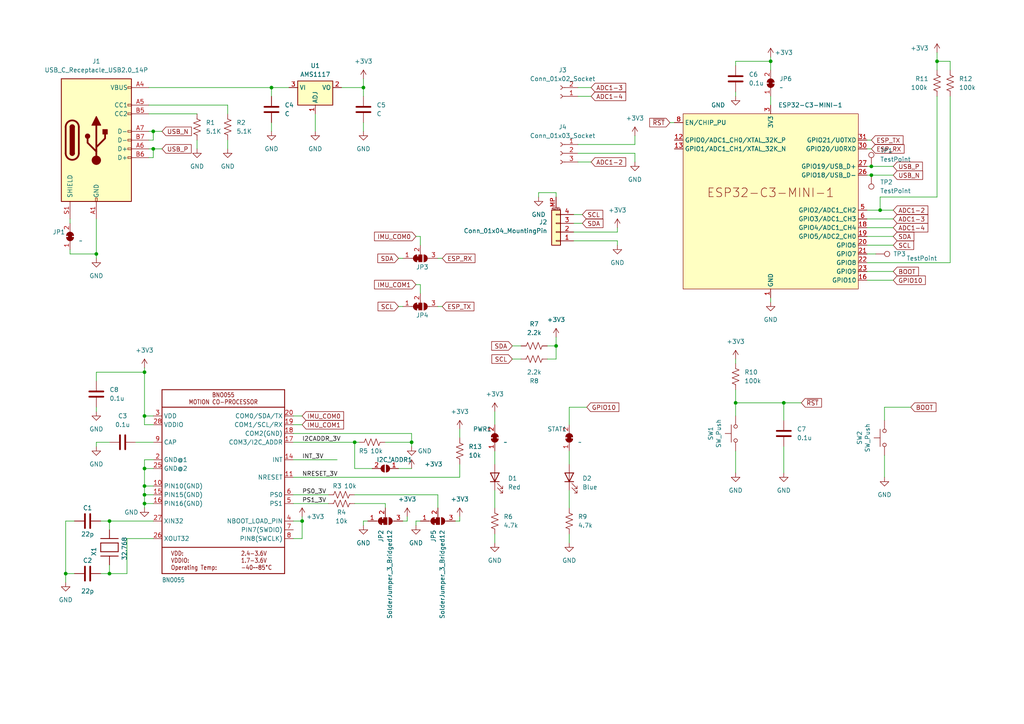
<source format=kicad_sch>
(kicad_sch (version 20230121) (generator eeschema)
  (paper "A4")
  (lib_symbols
    (symbol "Adafruit BNO055 STEMMA QT-eagle-import:BNO055"
      (symbol "BNO055_1_0"
        (text "2.4-3.6V\n1.7-3.6V\n-40~~85°C" (at 5.08 -24.13 0) (effects (font (size 1.27 1.0795)) (justify left)))
        (text "BNO055\nMOTION CO-PROCESSOR" (at 0 22.86 0) (effects (font (size 1.27 1.0795))))
        (text "VDD:\nVDDIO:\nOperating Temp:" (at -15.24 -24.13 0) (effects (font (size 1.27 1.0795)) (justify left)))
        (pin bidirectional line (at -20.32 -2.54 0) (length 2.54) (name "PIN10(GND)") (number "10"))
        (pin bidirectional line (at 20.32 0 180) (length 2.54) (name "NRESET") (number "11"))
        (pin output line (at 20.32 5.08 180) (length 2.54) (name "INT") (number "14"))
        (pin bidirectional line (at -20.32 -5.08 0) (length 2.54) (name "PIN15(GND)") (number "15"))
        (pin bidirectional line (at -20.32 -7.62 0) (length 2.54) (name "PIN16(GND)") (number "16"))
        (pin bidirectional line (at 20.32 10.16 180) (length 2.54) (name "COM3/I2C_ADDR") (number "17"))
        (pin bidirectional line (at 20.32 12.7 180) (length 2.54) (name "COM2(GND)") (number "18"))
        (pin bidirectional line (at 20.32 15.24 180) (length 2.54) (name "COM1/SCL/RX") (number "19"))
        (pin power_in line (at -20.32 5.08 0) (length 2.54) (name "GND@1") (number "2"))
        (pin bidirectional line (at 20.32 17.78 180) (length 2.54) (name "COM0/SDA/TX") (number "20"))
        (pin power_in line (at -20.32 2.54 0) (length 2.54) (name "GND@2") (number "25"))
        (pin output line (at -20.32 -17.78 0) (length 2.54) (name "XOUT32") (number "26"))
        (pin input line (at -20.32 -12.7 0) (length 2.54) (name "XIN32") (number "27"))
        (pin power_in line (at -20.32 15.24 0) (length 2.54) (name "VDDIO") (number "28"))
        (pin power_in line (at -20.32 17.78 0) (length 2.54) (name "VDD") (number "3"))
        (pin bidirectional line (at 20.32 -12.7 180) (length 2.54) (name "NBOOT_LOAD_PIN") (number "4"))
        (pin input line (at 20.32 -7.62 180) (length 2.54) (name "PS1") (number "5"))
        (pin input line (at 20.32 -5.08 180) (length 2.54) (name "PS0") (number "6"))
        (pin bidirectional line (at 20.32 -15.24 180) (length 2.54) (name "PIN7(SWDIO)") (number "7"))
        (pin bidirectional line (at 20.32 -17.78 180) (length 2.54) (name "PIN8(SWCLK)") (number "8"))
        (pin passive line (at -20.32 10.16 0) (length 2.54) (name "CAP") (number "9"))
      )
    )
    (symbol "Adafruit BNO055 STEMMA QT-eagle-import:XTAL-3.2X1.5"
      (property "Reference" "X" (at -2.54 3.81 0))
      (symbol "XTAL-3.2X1.5_1_0"
        (pin bidirectional line (at -5.08 0 0) (length 2.54) (name "P$1") (number "P$1"))
        (pin bidirectional line (at 5.08 0 180) (length 2.54) (name "P$2") (number "P$2"))
      )
    )
    (symbol "Connector:Conn_01x02_Socket" (pin_names (offset 1.016) hide)
      (property "Reference" "J" (at 0 2.54 0))
      (property "Value" "Conn_01x02_Socket" (at 0 -5.08 0))
      (symbol "Conn_01x02_Socket_1_1"
        (pin passive line (at -5.08 0 0) (length 3.81) (name "Pin_1") (number "1"))
        (pin passive line (at -5.08 -2.54 0) (length 3.81) (name "Pin_2") (number "2"))
      )
    )
    (symbol "Connector:Conn_01x03_Socket" (pin_names (offset 1.016) hide)
      (property "Reference" "J" (at 0 5.08 0))
      (property "Value" "Conn_01x03_Socket" (at 0 -5.08 0))
      (symbol "Conn_01x03_Socket_1_1"
        (pin passive line (at -5.08 2.54 0) (length 3.81) (name "Pin_1") (number "1"))
        (pin passive line (at -5.08 0 0) (length 3.81) (name "Pin_2") (number "2"))
        (pin passive line (at -5.08 -2.54 0) (length 3.81) (name "Pin_3") (number "3"))
      )
    )
    (symbol "Connector:TestPoint" (pin_numbers hide) (pin_names (offset 0.762) hide)
      (property "Reference" "TP" (at 0 6.858 0))
      (property "Value" "TestPoint" (at 0 5.08 0))
      (symbol "TestPoint_1_1"
        (pin passive line (at 0 0 90) (length 2.54) (name "1") (number "1"))
      )
    )
    (symbol "Connector:USB_C_Receptacle_USB2.0_14P" (pin_names (offset 1.016))
      (property "Reference" "J" (at 0 22.225 0))
      (property "Value" "USB_C_Receptacle_USB2.0_14P" (at 0 19.685 0))
      (symbol "USB_C_Receptacle_USB2.0_14P_1_1"
        (pin passive line (at 0 -22.86 90) (length 5.08) (name "GND") (number "A1"))
        (pin passive line (at 0 -22.86 90) (length 5.08) hide (name "GND") (number "A12"))
        (pin passive line (at 15.24 15.24 180) (length 5.08) (name "VBUS") (number "A4"))
        (pin bidirectional line (at 15.24 10.16 180) (length 5.08) (name "CC1") (number "A5"))
        (pin bidirectional line (at 15.24 -2.54 180) (length 5.08) (name "D+") (number "A6"))
        (pin bidirectional line (at 15.24 2.54 180) (length 5.08) (name "D-") (number "A7"))
        (pin passive line (at 15.24 15.24 180) (length 5.08) hide (name "VBUS") (number "A9"))
        (pin passive line (at 0 -22.86 90) (length 5.08) hide (name "GND") (number "B1"))
        (pin passive line (at 0 -22.86 90) (length 5.08) hide (name "GND") (number "B12"))
        (pin passive line (at 15.24 15.24 180) (length 5.08) hide (name "VBUS") (number "B4"))
        (pin bidirectional line (at 15.24 7.62 180) (length 5.08) (name "CC2") (number "B5"))
        (pin bidirectional line (at 15.24 -5.08 180) (length 5.08) (name "D+") (number "B6"))
        (pin bidirectional line (at 15.24 0 180) (length 5.08) (name "D-") (number "B7"))
        (pin passive line (at 15.24 15.24 180) (length 5.08) hide (name "VBUS") (number "B9"))
        (pin passive line (at -7.62 -22.86 90) (length 5.08) (name "SHIELD") (number "S1"))
      )
    )
    (symbol "Connector_Generic_MountingPin:Conn_01x04_MountingPin" (pin_names (offset 1.016) hide)
      (property "Reference" "J" (at 0 5.08 0))
      (property "Value" "Conn_01x04_MountingPin" (at 1.27 -7.62 0))
      (symbol "Conn_01x04_MountingPin_1_1"
        (text "Mounting" (at 0 -6.731 0) (effects (font (size 0.381 0.381))))
        (pin passive line (at -5.08 2.54 0) (length 3.81) (name "Pin_1") (number "1"))
        (pin passive line (at -5.08 0 0) (length 3.81) (name "Pin_2") (number "2"))
        (pin passive line (at -5.08 -2.54 0) (length 3.81) (name "Pin_3") (number "3"))
        (pin passive line (at -5.08 -5.08 0) (length 3.81) (name "Pin_4") (number "4"))
        (pin passive line (at 0 -10.16 90) (length 3.048) (name "MountPin") (number "MP"))
      )
    )
    (symbol "Device:C" (pin_numbers hide) (pin_names (offset 0.254))
      (property "Reference" "C" (at 0.635 2.54 0))
      (property "Value" "C" (at 0.635 -2.54 0))
      (symbol "C_1_1"
        (pin passive line (at 0 3.81 270) (length 2.794) (name "~") (number "1"))
        (pin passive line (at 0 -3.81 90) (length 2.794) (name "~") (number "2"))
      )
    )
    (symbol "Device:LED" (pin_numbers hide) (pin_names (offset 1.016) hide)
      (property "Reference" "D" (at 0 2.54 0))
      (property "Value" "LED" (at 0 -2.54 0))
      (symbol "LED_1_1"
        (pin passive line (at -3.81 0 0) (length 2.54) (name "K") (number "1"))
        (pin passive line (at 3.81 0 180) (length 2.54) (name "A") (number "2"))
      )
    )
    (symbol "Device:R_US" (pin_numbers hide) (pin_names (offset 0))
      (property "Reference" "R" (at 2.54 0 90))
      (property "Value" "R_US" (at -2.54 0 90))
      (symbol "R_US_1_1"
        (pin passive line (at 0 3.81 270) (length 1.27) (name "~") (number "1"))
        (pin passive line (at 0 -3.81 90) (length 1.27) (name "~") (number "2"))
      )
    )
    (symbol "Jumper:SolderJumper_2_Bridged" (pin_names (offset 0) hide)
      (property "Reference" "JP" (at 0 2.032 0))
      (property "Value" "SolderJumper_2_Bridged" (at 0 -2.54 0))
      (symbol "SolderJumper_2_Bridged_1_1"
        (pin passive line (at -3.81 0 0) (length 2.54) (name "A") (number "1"))
        (pin passive line (at 3.81 0 180) (length 2.54) (name "B") (number "2"))
      )
    )
    (symbol "Jumper:SolderJumper_2_Open" (pin_names (offset 0) hide)
      (property "Reference" "JP" (at 0 2.032 0))
      (property "Value" "SolderJumper_2_Open" (at 0 -2.54 0))
      (symbol "SolderJumper_2_Open_1_1"
        (pin passive line (at -3.81 0 0) (length 2.54) (name "A") (number "1"))
        (pin passive line (at 3.81 0 180) (length 2.54) (name "B") (number "2"))
      )
    )
    (symbol "Jumper:SolderJumper_3_Bridged12" (pin_names (offset 0) hide)
      (property "Reference" "JP" (at -2.54 -2.54 0))
      (property "Value" "SolderJumper_3_Bridged12" (at 0 2.794 0))
      (symbol "SolderJumper_3_Bridged12_1_1"
        (pin passive line (at -5.08 0 0) (length 2.54) (name "A") (number "1"))
        (pin passive line (at 0 -3.81 90) (length 2.54) (name "C") (number "2"))
        (pin passive line (at 5.08 0 180) (length 2.54) (name "B") (number "3"))
      )
    )
    (symbol "PCM_Espressif:ESP32-C3-MINI-1"
      (property "Reference" "U" (at -25.4 30.48 0))
      (property "Value" "ESP32-C3-MINI-1" (at -25.4 27.94 0))
      (symbol "ESP32-C3-MINI-1_0_0"
        (text "ESP32-C3-MINI-1" (at 0 2.54 0) (effects (font (size 2.54 2.54))))
      )
      (symbol "ESP32-C3-MINI-1_1_1"
        (pin power_in line (at 0 -27.94 90) (length 2.54) (name "GND") (number "1"))
        (pin no_connect line (at -25.4 2.54 0) (length 2.54) hide (name "NC") (number "10"))
        (pin passive line (at 0 -27.94 90) (length 2.54) hide (name "GND") (number "11"))
        (pin bidirectional line (at -27.94 17.78 0) (length 2.54) (name "GPIO0/ADC1_CH0/XTAL_32K_P") (number "12"))
        (pin bidirectional line (at -27.94 15.24 0) (length 2.54) (name "GPIO1/ADC1_CH1/XTAL_32K_N") (number "13"))
        (pin passive line (at 0 -27.94 90) (length 2.54) hide (name "GND") (number "14"))
        (pin no_connect line (at -25.4 0 0) (length 2.54) hide (name "NC") (number "15"))
        (pin bidirectional line (at 27.94 -22.86 180) (length 2.54) (name "GPIO10") (number "16"))
        (pin no_connect line (at -25.4 -2.54 0) (length 2.54) hide (name "NC") (number "17"))
        (pin bidirectional line (at 27.94 -7.62 180) (length 2.54) (name "GPIO4/ADC1_CH4") (number "18"))
        (pin bidirectional line (at 27.94 -10.16 180) (length 2.54) (name "GPIO5/ADC2_CH0") (number "19"))
        (pin passive line (at 0 -27.94 90) (length 2.54) hide (name "GND") (number "2"))
        (pin bidirectional line (at 27.94 -12.7 180) (length 2.54) (name "GPIO6") (number "20"))
        (pin bidirectional line (at 27.94 -15.24 180) (length 2.54) (name "GPIO7") (number "21"))
        (pin bidirectional line (at 27.94 -17.78 180) (length 2.54) (name "GPIO8") (number "22"))
        (pin bidirectional line (at 27.94 -20.32 180) (length 2.54) (name "GPIO9") (number "23"))
        (pin no_connect line (at -25.4 -5.08 0) (length 2.54) hide (name "NC") (number "24"))
        (pin no_connect line (at -25.4 -7.62 0) (length 2.54) hide (name "NC") (number "25"))
        (pin bidirectional line (at 27.94 7.62 180) (length 2.54) (name "GPIO18/USB_D-") (number "26"))
        (pin bidirectional line (at 27.94 10.16 180) (length 2.54) (name "GPIO19/USB_D+") (number "27"))
        (pin no_connect line (at -25.4 -10.16 0) (length 2.54) hide (name "NC") (number "28"))
        (pin no_connect line (at -25.4 -12.7 0) (length 2.54) hide (name "NC") (number "29"))
        (pin power_in line (at 0 27.94 270) (length 2.54) (name "3V3") (number "3"))
        (pin bidirectional line (at 27.94 15.24 180) (length 2.54) (name "GPIO20/U0RXD") (number "30"))
        (pin bidirectional line (at 27.94 17.78 180) (length 2.54) (name "GPIO21/U0TXD") (number "31"))
        (pin no_connect line (at -25.4 -15.24 0) (length 2.54) hide (name "NC") (number "32"))
        (pin no_connect line (at -25.4 -17.78 0) (length 2.54) hide (name "NC") (number "33"))
        (pin no_connect line (at -25.4 -20.32 0) (length 2.54) hide (name "NC") (number "34"))
        (pin no_connect line (at -25.4 -22.86 0) (length 2.54) hide (name "NC") (number "35"))
        (pin passive line (at 0 -27.94 90) (length 2.54) hide (name "GND") (number "36"))
        (pin passive line (at 0 -27.94 90) (length 2.54) hide (name "GND") (number "37"))
        (pin passive line (at 0 -27.94 90) (length 2.54) hide (name "GND") (number "38"))
        (pin passive line (at 0 -27.94 90) (length 2.54) hide (name "GND") (number "39"))
        (pin no_connect line (at -25.4 10.16 0) (length 2.54) hide (name "NC") (number "4"))
        (pin passive line (at 0 -27.94 90) (length 2.54) hide (name "GND") (number "40"))
        (pin passive line (at 0 -27.94 90) (length 2.54) hide (name "GND") (number "41"))
        (pin passive line (at 0 -27.94 90) (length 2.54) hide (name "GND") (number "42"))
        (pin passive line (at 0 -27.94 90) (length 2.54) hide (name "GND") (number "43"))
        (pin passive line (at 0 -27.94 90) (length 2.54) hide (name "GND") (number "44"))
        (pin passive line (at 0 -27.94 90) (length 2.54) hide (name "GND") (number "45"))
        (pin passive line (at 0 -27.94 90) (length 2.54) hide (name "GND") (number "46"))
        (pin passive line (at 0 -27.94 90) (length 2.54) hide (name "GND") (number "47"))
        (pin passive line (at 0 -27.94 90) (length 2.54) hide (name "GND") (number "48"))
        (pin passive line (at 0 -27.94 90) (length 2.54) hide (name "GND") (number "49"))
        (pin bidirectional line (at 27.94 -2.54 180) (length 2.54) (name "GPIO2/ADC1_CH2") (number "5"))
        (pin passive line (at 0 -27.94 90) (length 2.54) hide (name "GND") (number "50"))
        (pin passive line (at 0 -27.94 90) (length 2.54) hide (name "GND") (number "51"))
        (pin passive line (at 0 -27.94 90) (length 2.54) hide (name "GND") (number "52"))
        (pin passive line (at 0 -27.94 90) (length 2.54) hide (name "GND") (number "53"))
        (pin bidirectional line (at 27.94 -5.08 180) (length 2.54) (name "GPIO3/ADC1_CH3") (number "6"))
        (pin no_connect line (at -25.4 7.62 0) (length 2.54) hide (name "NC") (number "7"))
        (pin input line (at -27.94 22.86 0) (length 2.54) (name "EN/CHIP_PU") (number "8"))
        (pin no_connect line (at -25.4 5.08 0) (length 2.54) hide (name "NC") (number "9"))
      )
    )
    (symbol "Regulator_Linear:AMS1117"
      (property "Reference" "U" (at -3.81 3.175 0))
      (property "Value" "AMS1117" (at 0 3.175 0))
      (symbol "AMS1117_1_1"
        (pin input line (at 0 -7.62 90) (length 2.54) (name "ADJ") (number "1"))
        (pin power_out line (at 7.62 0 180) (length 2.54) (name "VO") (number "2"))
        (pin power_in line (at -7.62 0 0) (length 2.54) (name "VI") (number "3"))
      )
    )
    (symbol "controlBoard-rescue:SW_Push-Switch" (pin_numbers hide) (pin_names (offset 1.016) hide)
      (property "Reference" "SW" (at 1.27 2.54 0))
      (property "Value" "SW_Push-Switch" (at 0 -1.524 0))
      (symbol "SW_Push-Switch_0_1"
        (pin passive line (at -5.08 0 0) (length 2.54) (name "1") (number "1"))
        (pin passive line (at 5.08 0 180) (length 2.54) (name "2") (number "2"))
      )
    )
    (symbol "power:+3V3" (power) (pin_names (offset 0))
      (property "Value" "+3V3" (at 0 3.556 0))
      (symbol "+3V3_1_1"
        (pin power_in line (at 0 0 90) (length 0) hide (name "+3V3") (number "1"))
      )
    )
    (symbol "power:GND" (power) (pin_names (offset 0))
      (property "Value" "GND" (at 0 -3.81 0))
      (symbol "GND_1_1"
        (pin power_in line (at 0 0 270) (length 0) hide (name "GND") (number "1"))
      )
    )
  )
  (junction (at 44.45 43.18))
  (junction (at 41.91 140.97))
  (junction (at 41.91 146.05))
  (junction (at 78.74 25.4))
  (junction (at 87.63 151.13))
  (junction (at 31.75 166.37))
  (junction (at 27.94 73.66))
  (junction (at 41.91 135.89))
  (junction (at 102.87 128.27))
  (junction (at 41.91 120.65))
  (junction (at 119.38 128.27))
  (junction (at 252.73 50.8))
  (junction (at 41.91 143.51))
  (junction (at 255.27 60.96))
  (junction (at 213.36 116.84))
  (junction (at 271.78 17.78))
  (junction (at 223.52 17.78))
  (junction (at 105.41 25.4))
  (junction (at 19.05 166.37))
  (junction (at 31.75 151.13))
  (junction (at 41.91 107.95))
  (junction (at 44.45 38.1))
  (junction (at 252.73 48.26))
  (junction (at 227.33 116.84))
  (junction (at 161.29 100.33))
  (wire (pts (xy 105.41 152.4) (xy 105.41 151.13)))
  (wire (pts (xy 115.57 135.89) (xy 119.38 135.89)))
  (wire (pts (xy 87.63 151.13) (xy 87.63 156.21)) (stroke (width 0.1524)))
  (wire (pts (xy 251.46 68.58) (xy 259.08 68.58)))
  (wire (pts (xy 41.91 135.89) (xy 41.91 140.97)) (stroke (width 0.1524)))
  (wire (pts (xy 161.29 97.79) (xy 161.29 100.33)))
  (wire (pts (xy 213.36 116.84) (xy 213.36 120.65)))
  (wire (pts (xy 27.94 107.95) (xy 41.91 107.95)))
  (wire (pts (xy 87.63 156.21) (xy 85.09 156.21)) (stroke (width 0.1524)))
  (wire (pts (xy 66.04 40.64) (xy 66.04 43.18)))
  (wire (pts (xy 21.59 166.37) (xy 19.05 166.37)) (stroke (width 0.1524)))
  (wire (pts (xy 85.09 143.51) (xy 95.25 143.51)) (stroke (width 0.1524)))
  (wire (pts (xy 41.91 140.97) (xy 41.91 143.51)) (stroke (width 0.1524)))
  (wire (pts (xy 127 88.9) (xy 128.27 88.9)))
  (wire (pts (xy 36.83 156.21) (xy 36.83 166.37)) (stroke (width 0.1524)))
  (wire (pts (xy 255.27 57.15) (xy 271.78 57.15)))
  (wire (pts (xy 184.15 44.45) (xy 184.15 46.99)))
  (wire (pts (xy 275.59 27.94) (xy 275.59 76.2)))
  (wire (pts (xy 41.91 123.19) (xy 41.91 120.65)) (stroke (width 0.1524)))
  (wire (pts (xy 255.27 60.96) (xy 255.27 57.15)))
  (wire (pts (xy 251.46 78.74) (xy 259.08 78.74)))
  (wire (pts (xy 85.09 146.05) (xy 95.25 146.05)) (stroke (width 0.1524)))
  (wire (pts (xy 166.37 67.31) (xy 179.07 67.31)))
  (wire (pts (xy 252.73 48.26) (xy 251.46 48.26)))
  (wire (pts (xy 167.64 46.99) (xy 171.45 46.99)))
  (wire (pts (xy 223.52 27.94) (xy 223.52 30.48)))
  (wire (pts (xy 57.15 40.64) (xy 57.15 43.18)))
  (wire (pts (xy 44.45 151.13) (xy 31.75 151.13)) (stroke (width 0.1524)))
  (wire (pts (xy 167.64 41.91) (xy 184.15 41.91)))
  (wire (pts (xy 143.51 157.48) (xy 143.51 154.94)))
  (wire (pts (xy 43.18 38.1) (xy 44.45 38.1)))
  (wire (pts (xy 85.09 128.27) (xy 102.87 128.27)) (stroke (width 0.1524)))
  (wire (pts (xy 44.45 143.51) (xy 41.91 143.51)) (stroke (width 0.1524)))
  (wire (pts (xy 255.27 60.96) (xy 259.08 60.96)))
  (wire (pts (xy 161.29 100.33) (xy 161.29 104.14)))
  (wire (pts (xy 179.07 66.04) (xy 179.07 67.31)))
  (wire (pts (xy 27.94 129.54) (xy 27.94 128.27)))
  (wire (pts (xy 213.36 26.67) (xy 213.36 27.94)))
  (wire (pts (xy 27.94 128.27) (xy 29.21 128.27)))
  (wire (pts (xy 223.52 86.36) (xy 223.52 87.63)))
  (wire (pts (xy 105.41 25.4) (xy 105.41 27.94)))
  (wire (pts (xy 133.35 124.46) (xy 133.35 127)))
  (wire (pts (xy 213.36 116.84) (xy 227.33 116.84)))
  (wire (pts (xy 259.08 48.26) (xy 252.73 48.26)))
  (wire (pts (xy 115.57 74.93) (xy 116.84 74.93)))
  (wire (pts (xy 44.45 133.35) (xy 41.91 133.35)) (stroke (width 0.1524)))
  (wire (pts (xy 44.45 120.65) (xy 41.91 120.65)) (stroke (width 0.1524)))
  (wire (pts (xy 120.65 82.55) (xy 121.92 82.55)))
  (wire (pts (xy 41.91 107.95) (xy 41.91 106.68)) (stroke (width 0.1524)))
  (wire (pts (xy 44.45 135.89) (xy 41.91 135.89)) (stroke (width 0.1524)))
  (wire (pts (xy 41.91 146.05) (xy 41.91 143.51)) (stroke (width 0.1524)))
  (wire (pts (xy 143.51 130.81) (xy 143.51 134.62)))
  (wire (pts (xy 256.54 118.11) (xy 264.16 118.11)))
  (wire (pts (xy 43.18 25.4) (xy 78.74 25.4)))
  (wire (pts (xy 31.75 151.13) (xy 29.21 151.13)) (stroke (width 0.1524)))
  (wire (pts (xy 213.36 17.78) (xy 223.52 17.78)))
  (wire (pts (xy 120.65 151.13) (xy 120.65 152.4)))
  (wire (pts (xy 213.36 113.03) (xy 213.36 116.84)))
  (wire (pts (xy 161.29 57.15) (xy 161.29 55.88)))
  (wire (pts (xy 102.87 135.89) (xy 107.95 135.89)) (stroke (width 0.1524)))
  (wire (pts (xy 127 74.93) (xy 128.27 74.93)))
  (wire (pts (xy 251.46 63.5) (xy 259.08 63.5)))
  (wire (pts (xy 227.33 116.84) (xy 232.41 116.84)))
  (wire (pts (xy 20.32 73.66) (xy 27.94 73.66)))
  (wire (pts (xy 111.76 147.32) (xy 111.76 146.05)))
  (wire (pts (xy 102.87 128.27) (xy 102.87 135.89)) (stroke (width 0.1524)))
  (wire (pts (xy 85.09 123.19) (xy 87.63 123.19)) (stroke (width 0.1524)))
  (wire (pts (xy 44.45 40.64) (xy 44.45 38.1)))
  (wire (pts (xy 102.87 143.51) (xy 127 143.51)))
  (wire (pts (xy 148.59 100.33) (xy 151.13 100.33)))
  (wire (pts (xy 151.13 104.14) (xy 148.59 104.14)))
  (wire (pts (xy 166.37 64.77) (xy 168.91 64.77)))
  (wire (pts (xy 256.54 132.08) (xy 256.54 138.43)))
  (wire (pts (xy 251.46 43.18) (xy 252.73 43.18)))
  (wire (pts (xy 31.75 128.27) (xy 29.21 128.27)) (stroke (width 0.1524)))
  (wire (pts (xy 105.41 35.56) (xy 105.41 38.1)))
  (wire (pts (xy 275.59 17.78) (xy 271.78 17.78)))
  (wire (pts (xy 19.05 166.37) (xy 19.05 168.91)) (stroke (width 0.1524)))
  (wire (pts (xy 31.75 166.37) (xy 29.21 166.37)) (stroke (width 0.1524)))
  (wire (pts (xy 133.35 149.86) (xy 133.35 151.13)))
  (wire (pts (xy 121.92 82.55) (xy 121.92 85.09)))
  (wire (pts (xy 27.94 118.11) (xy 27.94 119.38)))
  (wire (pts (xy 41.91 146.05) (xy 41.91 147.32)))
  (wire (pts (xy 132.08 151.13) (xy 133.35 151.13)))
  (wire (pts (xy 44.45 123.19) (xy 41.91 123.19)) (stroke (width 0.1524)))
  (wire (pts (xy 167.64 27.94) (xy 171.45 27.94)))
  (wire (pts (xy 251.46 60.96) (xy 255.27 60.96)))
  (wire (pts (xy 102.87 128.27) (xy 104.14 128.27)))
  (wire (pts (xy 167.64 25.4) (xy 171.45 25.4)))
  (wire (pts (xy 156.21 55.88) (xy 156.21 57.15)))
  (wire (pts (xy 66.04 30.48) (xy 66.04 33.02)))
  (wire (pts (xy 179.07 69.85) (xy 179.07 71.12)))
  (wire (pts (xy 251.46 66.04) (xy 259.08 66.04)))
  (wire (pts (xy 19.05 151.13) (xy 19.05 166.37)) (stroke (width 0.1524)))
  (wire (pts (xy 158.75 104.14) (xy 161.29 104.14)))
  (wire (pts (xy 166.37 62.23) (xy 168.91 62.23)))
  (wire (pts (xy 85.09 125.73) (xy 119.38 125.73)) (stroke (width 0.1524)))
  (wire (pts (xy 43.18 45.72) (xy 44.45 45.72)))
  (wire (pts (xy 85.09 133.35) (xy 97.79 133.35)) (stroke (width 0.1524)))
  (wire (pts (xy 259.08 50.8) (xy 252.73 50.8)))
  (wire (pts (xy 158.75 100.33) (xy 161.29 100.33)))
  (wire (pts (xy 223.52 16.51) (xy 223.52 17.78)))
  (wire (pts (xy 111.76 128.27) (xy 113.03 128.27)))
  (wire (pts (xy 161.29 55.88) (xy 156.21 55.88)))
  (wire (pts (xy 44.45 43.18) (xy 46.99 43.18)))
  (wire (pts (xy 165.1 142.24) (xy 165.1 147.32)))
  (wire (pts (xy 143.51 142.24) (xy 143.51 147.32)))
  (wire (pts (xy 43.18 33.02) (xy 57.15 33.02)))
  (wire (pts (xy 105.41 151.13) (xy 106.68 151.13)))
  (wire (pts (xy 251.46 76.2) (xy 275.59 76.2)))
  (wire (pts (xy 213.36 19.05) (xy 213.36 17.78)))
  (wire (pts (xy 184.15 39.37) (xy 184.15 41.91)))
  (wire (pts (xy 113.03 128.27) (xy 119.38 128.27)) (stroke (width 0.1524)))
  (wire (pts (xy 133.35 134.62) (xy 133.35 138.43)) (stroke (width 0.1524)))
  (wire (pts (xy 44.45 146.05) (xy 41.91 146.05)) (stroke (width 0.1524)))
  (wire (pts (xy 119.38 125.73) (xy 119.38 128.27)) (stroke (width 0.1524)))
  (wire (pts (xy 27.94 63.5) (xy 27.94 73.66)))
  (wire (pts (xy 251.46 81.28) (xy 259.08 81.28)))
  (wire (pts (xy 20.32 63.5) (xy 20.32 64.77)))
  (wire (pts (xy 78.74 25.4) (xy 83.82 25.4)))
  (wire (pts (xy 105.41 22.86) (xy 105.41 25.4)))
  (wire (pts (xy 78.74 35.56) (xy 78.74 38.1)))
  (wire (pts (xy 165.1 154.94) (xy 165.1 157.48)))
  (wire (pts (xy 85.09 120.65) (xy 87.63 120.65)) (stroke (width 0.1524)))
  (wire (pts (xy 165.1 118.11) (xy 165.1 123.19)))
  (wire (pts (xy 213.36 130.81) (xy 213.36 137.16)))
  (wire (pts (xy 36.83 166.37) (xy 31.75 166.37)) (stroke (width 0.1524)))
  (wire (pts (xy 43.18 43.18) (xy 44.45 43.18)))
  (wire (pts (xy 43.18 30.48) (xy 66.04 30.48)))
  (wire (pts (xy 143.51 119.38) (xy 143.51 123.19)))
  (wire (pts (xy 170.18 118.11) (xy 165.1 118.11)))
  (wire (pts (xy 251.46 73.66) (xy 254 73.66)))
  (wire (pts (xy 27.94 107.95) (xy 27.94 110.49)))
  (wire (pts (xy 78.74 25.4) (xy 78.74 27.94)))
  (wire (pts (xy 99.06 25.4) (xy 105.41 25.4)))
  (wire (pts (xy 271.78 57.15) (xy 271.78 27.94)))
  (wire (pts (xy 251.46 71.12) (xy 259.08 71.12)))
  (wire (pts (xy 275.59 20.32) (xy 275.59 17.78)))
  (wire (pts (xy 116.84 151.13) (xy 118.11 151.13)))
  (wire (pts (xy 21.59 151.13) (xy 19.05 151.13)) (stroke (width 0.1524)))
  (wire (pts (xy 120.65 68.58) (xy 121.92 68.58)))
  (wire (pts (xy 20.32 72.39) (xy 20.32 73.66)))
  (wire (pts (xy 167.64 44.45) (xy 184.15 44.45)))
  (wire (pts (xy 213.36 104.14) (xy 213.36 105.41)))
  (wire (pts (xy 44.45 45.72) (xy 44.45 43.18)))
  (wire (pts (xy 271.78 15.24) (xy 271.78 17.78)))
  (wire (pts (xy 44.45 38.1) (xy 46.99 38.1)))
  (wire (pts (xy 44.45 128.27) (xy 39.37 128.27)) (stroke (width 0.1524)))
  (wire (pts (xy 252.73 50.8) (xy 251.46 50.8)))
  (wire (pts (xy 119.38 128.27) (xy 119.38 129.54)) (stroke (width 0.1524)))
  (wire (pts (xy 41.91 133.35) (xy 41.91 135.89)) (stroke (width 0.1524)))
  (wire (pts (xy 44.45 140.97) (xy 41.91 140.97)) (stroke (width 0.1524)))
  (wire (pts (xy 227.33 116.84) (xy 227.33 121.92)))
  (wire (pts (xy 115.57 88.9) (xy 116.84 88.9)))
  (wire (pts (xy 111.76 146.05) (xy 102.87 146.05)))
  (wire (pts (xy 31.75 153.67) (xy 31.75 151.13)) (stroke (width 0.1524)))
  (wire (pts (xy 223.52 17.78) (xy 223.52 20.32)))
  (wire (pts (xy 121.92 151.13) (xy 120.65 151.13)))
  (wire (pts (xy 91.44 33.02) (xy 91.44 38.1)))
  (wire (pts (xy 27.94 73.66) (xy 27.94 74.93)))
  (wire (pts (xy 194.31 35.56) (xy 195.58 35.56)))
  (wire (pts (xy 256.54 118.11) (xy 256.54 121.92)))
  (wire (pts (xy 271.78 17.78) (xy 271.78 20.32)))
  (wire (pts (xy 31.75 163.83) (xy 31.75 166.37)) (stroke (width 0.1524)))
  (wire (pts (xy 44.45 156.21) (xy 36.83 156.21)) (stroke (width 0.1524)))
  (wire (pts (xy 41.91 120.65) (xy 41.91 107.95)) (stroke (width 0.1524)))
  (wire (pts (xy 121.92 68.58) (xy 121.92 71.12)))
  (wire (pts (xy 85.09 151.13) (xy 87.63 151.13)) (stroke (width 0.1524)))
  (wire (pts (xy 166.37 69.85) (xy 179.07 69.85)))
  (wire (pts (xy 165.1 130.81) (xy 165.1 134.62)))
  (wire (pts (xy 227.33 129.54) (xy 227.33 137.16)))
  (wire (pts (xy 85.09 138.43) (xy 133.35 138.43)) (stroke (width 0.1524)))
  (wire (pts (xy 87.63 149.86) (xy 87.63 151.13)))
  (wire (pts (xy 127 143.51) (xy 127 147.32)))
  (wire (pts (xy 251.46 40.64) (xy 252.73 40.64)))
  (wire (pts (xy 118.11 149.86) (xy 118.11 151.13)))
  (wire (pts (xy 43.18 40.64) (xy 44.45 40.64)))
  (label "INT_3V" (at 87.63 133.35 0) (effects (font (size 1.2446 1.2446))))
  (label "PS1_3V" (at 87.63 146.05 0) (effects (font (size 1.2446 1.2446))))
  (label "NRESET_3V" (at 87.63 138.43 0) (effects (font (size 1.2446 1.2446))))
  (label "I2CADDR_3V" (at 87.63 128.27 0) (effects (font (size 1.2446 1.2446))))
  (label "PS0_3V" (at 87.63 143.51 0) (effects (font (size 1.2446 1.2446))))
  (global_label "ESP_RX" (shape input) (at 128.27 74.93 0) (property "Intersheetrefs" "${INTERSHEET_REFS}" (effects hide)))
  (global_label "~{RST}" (shape input) (at 194.31 35.56 180) (property "Intersheetrefs" "${INTERSHEET_REFS}" (effects hide)))
  (global_label "SDA" (shape input) (at 115.57 74.93 180) (property "Intersheetrefs" "${INTERSHEET_REFS}" (effects hide)))
  (global_label "BOOT" (shape input) (at 259.08 78.74 0) (property "Intersheetrefs" "${INTERSHEET_REFS}" (effects hide)))
  (global_label "ESP_TX" (shape input) (at 128.27 88.9 0) (property "Intersheetrefs" "${INTERSHEET_REFS}" (effects hide)))
  (global_label "GPIO10" (shape input) (at 170.18 118.11 0) (property "Intersheetrefs" "${INTERSHEET_REFS}" (effects hide)))
  (global_label "SDA" (shape input) (at 148.59 100.33 180) (property "Intersheetrefs" "${INTERSHEET_REFS}" (effects hide)))
  (global_label "ADC1-2" (shape input) (at 259.08 60.96 0) (property "Intersheetrefs" "${INTERSHEET_REFS}" (effects hide)))
  (global_label "ADC1-2" (shape input) (at 171.45 46.99 0) (property "Intersheetrefs" "${INTERSHEET_REFS}" (effects hide)))
  (global_label "SDA" (shape input) (at 259.08 68.58 0) (property "Intersheetrefs" "${INTERSHEET_REFS}" (effects hide)))
  (global_label "ADC1-4" (shape input) (at 259.08 66.04 0) (property "Intersheetrefs" "${INTERSHEET_REFS}" (effects hide)))
  (global_label "USB_P" (shape input) (at 259.08 48.26 0) (property "Intersheetrefs" "${INTERSHEET_REFS}" (effects hide)))
  (global_label "SDA" (shape input) (at 168.91 64.77 0) (property "Intersheetrefs" "${INTERSHEET_REFS}" (effects hide)))
  (global_label "ADC1-3" (shape input) (at 259.08 63.5 0) (property "Intersheetrefs" "${INTERSHEET_REFS}" (effects hide)))
  (global_label "SCL" (shape input) (at 148.59 104.14 180) (property "Intersheetrefs" "${INTERSHEET_REFS}" (effects hide)))
  (global_label "IMU_COM0" (shape input) (at 120.65 68.58 180) (property "Intersheetrefs" "${INTERSHEET_REFS}" (effects hide)))
  (global_label "USB_P" (shape input) (at 46.99 43.18 0) (property "Intersheetrefs" "${INTERSHEET_REFS}" (effects hide)))
  (global_label "~{RST}" (shape input) (at 232.41 116.84 0) (property "Intersheetrefs" "${INTERSHEET_REFS}" (effects hide)))
  (global_label "USB_N" (shape input) (at 46.99 38.1 0) (property "Intersheetrefs" "${INTERSHEET_REFS}" (effects hide)))
  (global_label "BOOT" (shape input) (at 264.16 118.11 0) (property "Intersheetrefs" "${INTERSHEET_REFS}" (effects hide)))
  (global_label "IMU_COM0" (shape input) (at 87.63 120.65 0) (property "Intersheetrefs" "${INTERSHEET_REFS}" (effects hide)))
  (global_label "USB_N" (shape input) (at 259.08 50.8 0) (property "Intersheetrefs" "${INTERSHEET_REFS}" (effects hide)))
  (global_label "ADC1-3" (shape input) (at 171.45 25.4 0) (property "Intersheetrefs" "${INTERSHEET_REFS}" (effects hide)))
  (global_label "SCL" (shape input) (at 259.08 71.12 0) (property "Intersheetrefs" "${INTERSHEET_REFS}" (effects hide)))
  (global_label "ADC1-4" (shape input) (at 171.45 27.94 0) (property "Intersheetrefs" "${INTERSHEET_REFS}" (effects hide)))
  (global_label "IMU_COM1" (shape input) (at 87.63 123.19 0) (property "Intersheetrefs" "${INTERSHEET_REFS}" (effects hide)))
  (global_label "GPIO10" (shape input) (at 259.08 81.28 0) (property "Intersheetrefs" "${INTERSHEET_REFS}" (effects hide)))
  (global_label "IMU_COM1" (shape input) (at 120.65 82.55 180) (property "Intersheetrefs" "${INTERSHEET_REFS}" (effects hide)))
  (global_label "ESP_RX" (shape input) (at 252.73 43.18 0) (property "Intersheetrefs" "${INTERSHEET_REFS}" (effects hide)))
  (global_label "SCL" (shape input) (at 168.91 62.23 0) (property "Intersheetrefs" "${INTERSHEET_REFS}" (effects hide)))
  (global_label "SCL" (shape input) (at 115.57 88.9 180) (property "Intersheetrefs" "${INTERSHEET_REFS}" (effects hide)))
  (global_label "ESP_TX" (shape input) (at 252.73 40.64 0) (property "Intersheetrefs" "${INTERSHEET_REFS}" (effects hide)))
  (symbol (lib_id "Device:C") (at 25.4 151.13 90) (unit 1)
    (property "Reference" "C1" (at 25.4 147.32 90))
    (property "Value" "22p" (at 25.4 154.94 90))
    (property "Footprint" "Capacitor_SMD:C_0805_2012Metric_Pad1.18x1.45mm_HandSolder" (effects hide))
  )
  (symbol (lib_id "controlBoard-rescue:SW_Push-Switch") (at 256.54 127 90) (unit 1)
    (property "Reference" "SW2" (at 249.301 127 0))
    (property "Value" "SW_Push" (at 251.6124 127 0))
    (property "Footprint" "sensingBoard-Library:SMD_Pushbutton_3mmx4mm" (effects hide))
  )
  (symbol (lib_id "Device:R_US") (at 271.78 24.13 0) (unit 1)
    (property "Reference" "R11" (at 265.43 22.86 0) (effects (justify left)))
    (property "Value" "100k" (at 264.16 25.4 0) (effects (justify left)))
    (property "Footprint" "Resistor_SMD:R_0805_2012Metric_Pad1.20x1.40mm_HandSolder" (effects hide))
  )
  (symbol (lib_id "Device:R_US") (at 143.51 151.13 0) (unit 1)
    (property "Reference" "R6" (at 146.05 149.86 0) (effects (justify left)))
    (property "Value" "4.7k" (at 146.05 152.4 0) (effects (justify left)))
    (property "Footprint" "Resistor_SMD:R_0805_2012Metric_Pad1.20x1.40mm_HandSolder" (effects hide))
  )
  (symbol (lib_id "Device:C") (at 227.33 125.73 0) (unit 1)
    (property "Reference" "C7" (at 231.14 124.46 0) (effects (justify left)))
    (property "Value" "0.1u" (at 231.14 127 0) (effects (justify left)))
    (property "Footprint" "Capacitor_SMD:C_0805_2012Metric_Pad1.18x1.45mm_HandSolder" (effects hide))
  )
  (symbol (lib_id "power:GND") (at 213.36 27.94 0) (unit 1)
    (property "Reference" "#PWR028" (effects hide))
    (property "Value" "GND" (at 208.28 30.48 0))
  )
  (symbol (lib_id "Device:C") (at 27.94 114.3 0) (unit 1)
    (property "Reference" "C8" (at 31.75 113.03 0) (effects (justify left)))
    (property "Value" "0.1u" (at 31.75 115.57 0) (effects (justify left)))
    (property "Footprint" "Capacitor_SMD:C_0805_2012Metric_Pad1.18x1.45mm_HandSolder" (effects hide))
  )
  (symbol (lib_id "power:+3V3") (at 119.38 135.89 0) (unit 1)
    (property "Reference" "#PWR016" (effects hide))
    (property "Value" "+3V3" (at 125.73 134.62 0))
  )
  (symbol (lib_id "Connector:TestPoint") (at 254 73.66 270) (unit 1)
    (property "Reference" "TP3" (at 259.08 73.66 90) (effects (justify left)))
    (property "Value" "TestPoint" (at 262.89 74.93 90) (effects (justify left)))
    (property "Footprint" "TestPoint:TestPoint_Pad_D1.0mm" (effects hide))
  )
  (symbol (lib_id "Regulator_Linear:AMS1117") (at 91.44 25.4 0) (unit 1)
    (property "Reference" "U1" (at 91.44 19.05 0))
    (property "Value" "AMS1117" (at 91.44 21.59 0))
    (property "Footprint" "Package_TO_SOT_SMD:SOT-223-3_TabPin2" (effects hide))
    (property "Datasheet" "http://www.advanced-monolithic.com/pdf/ds1117.pdf" (effects hide))
  )
  (symbol (lib_id "Device:R_US") (at 275.59 24.13 0) (unit 1)
    (property "Reference" "R12" (at 278.13 22.86 0) (effects (justify left)))
    (property "Value" "100k" (at 278.13 25.4 0) (effects (justify left)))
    (property "Footprint" "Resistor_SMD:R_0805_2012Metric_Pad1.20x1.40mm_HandSolder" (effects hide))
  )
  (symbol (lib_id "power:GND") (at 213.36 137.16 0) (unit 1)
    (property "Reference" "#PWR030" (effects hide))
    (property "Value" "GND" (at 213.36 142.24 0))
  )
  (symbol (lib_id "Device:R_US") (at 107.95 128.27 90) (unit 1)
    (property "Reference" "R5" (at 105.41 130.81 90))
    (property "Value" "10k" (at 109.22 130.81 90))
    (property "Footprint" "Resistor_SMD:R_0805_2012Metric_Pad1.20x1.40mm_HandSolder" (effects hide))
  )
  (symbol (lib_id "power:GND") (at 256.54 138.43 0) (unit 1)
    (property "Reference" "#PWR034" (effects hide))
    (property "Value" "GND" (at 256.54 143.51 0))
  )
  (symbol (lib_id "power:+3V3") (at 223.52 16.51 0) (unit 1)
    (property "Reference" "#PWR031" (effects hide))
    (property "Value" "+3V3" (at 227.33 15.24 0))
  )
  (symbol (lib_id "power:GND") (at 184.15 46.99 0) (unit 1)
    (property "Reference" "#PWR027" (effects hide))
    (property "Value" "GND" (at 184.15 52.07 0))
  )
  (symbol (lib_id "power:GND") (at 78.74 38.1 0) (unit 1)
    (property "Reference" "#PWR08" (effects hide))
    (property "Value" "GND" (at 78.74 43.18 0))
  )
  (symbol (lib_id "power:GND") (at 41.91 147.32 0) (unit 1)
    (property "Reference" "#PWR05" (effects hide))
    (property "Value" "GND" (at 38.1 148.59 0))
  )
  (symbol (lib_id "Device:C") (at 78.74 31.75 0) (unit 1)
    (property "Reference" "C4" (at 82.55 30.48 0) (effects (justify left)))
    (property "Value" "C" (at 82.55 33.02 0) (effects (justify left)))
    (property "Footprint" "Capacitor_SMD:C_0805_2012Metric_Pad1.18x1.45mm_HandSolder" (effects hide))
  )
  (symbol (lib_id "power:GND") (at 179.07 71.12 0) (unit 1)
    (property "Reference" "#PWR025" (effects hide))
    (property "Value" "GND" (at 179.07 76.2 0))
  )
  (symbol (lib_id "Connector:USB_C_Receptacle_USB2.0_14P") (at 27.94 40.64 0) (unit 1)
    (property "Reference" "J1" (at 27.94 17.78 0))
    (property "Value" "USB_C_Receptacle_USB2.0_14P" (at 27.94 20.32 0))
    (property "Footprint" "Connector_USB:USB_C_Receptacle_GCT_USB4105-xx-A_16P_TopMnt_Horizontal" (effects hide))
    (property "Datasheet" "https://www.usb.org/sites/default/files/documents/usb_type-c.zip" (effects hide))
  )
  (symbol (lib_id "power:GND") (at 156.21 57.15 0) (unit 1)
    (property "Reference" "#PWR021" (effects hide))
    (property "Value" "GND" (at 156.21 62.23 0))
  )
  (symbol (lib_id "power:GND") (at 66.04 43.18 0) (unit 1)
    (property "Reference" "#PWR07" (effects hide))
    (property "Value" "GND" (at 66.04 48.26 0))
  )
  (symbol (lib_id "power:GND") (at 27.94 74.93 0) (unit 1)
    (property "Reference" "#PWR02" (effects hide))
    (property "Value" "GND" (at 27.94 80.01 0))
  )
  (symbol (lib_id "Device:LED") (at 143.51 138.43 90) (unit 1)
    (property "Reference" "D1" (at 147.32 138.7475 90) (effects (justify right)))
    (property "Value" "Red" (at 147.32 141.2875 90) (effects (justify right)))
    (property "Footprint" "LED_SMD:LED_0805_2012Metric_Pad1.15x1.40mm_HandSolder" (effects hide))
  )
  (symbol (lib_id "power:+3V3") (at 184.15 39.37 0) (unit 1)
    (property "Reference" "#PWR026" (effects hide))
    (property "Value" "+3V3" (at 184.15 34.29 0))
  )
  (symbol (lib_id "power:GND") (at 105.41 152.4 0) (unit 1)
    (property "Reference" "#PWR013" (effects hide))
    (property "Value" "GND" (at 105.41 157.48 0))
  )
  (symbol (lib_id "Connector:TestPoint") (at 252.73 48.26 0) (unit 1)
    (property "Reference" "TP1" (at 255.27 43.688 0) (effects (justify left)))
    (property "Value" "TestPoint" (at 255.27 46.228 0) (effects (justify left)))
    (property "Footprint" "TestPoint:TestPoint_Pad_D1.0mm" (effects hide))
  )
  (symbol (lib_id "Adafruit BNO055 STEMMA QT-eagle-import:XTAL-3.2X1.5") (at 31.75 158.75 90) (unit 1)
    (property "Reference" "X1" (at 27.94 161.29 0) (effects (justify left bottom)))
    (property "Value" "32.768" (at 36.83 162.56 0) (effects (justify left bottom)))
    (property "Footprint" "sensingBoard-Library:XTAL3215" (effects hide))
  )
  (symbol (lib_id "Device:R_US") (at 154.94 100.33 90) (unit 1)
    (property "Reference" "R7" (at 154.94 93.98 90))
    (property "Value" "2.2k" (at 154.94 96.52 90))
    (property "Footprint" "Resistor_SMD:R_0805_2012Metric_Pad1.20x1.40mm_HandSolder" (effects hide))
  )
  (symbol (lib_id "power:GND") (at 27.94 119.38 0) (unit 1)
    (property "Reference" "#PWR037" (effects hide))
    (property "Value" "GND" (at 27.94 124.46 0))
  )
  (symbol (lib_id "Device:C") (at 213.36 22.86 0) (unit 1)
    (property "Reference" "C6" (at 217.17 21.59 0) (effects (justify left)))
    (property "Value" "0.1u" (at 217.17 24.13 0) (effects (justify left)))
    (property "Footprint" "Capacitor_SMD:C_0805_2012Metric_Pad1.18x1.45mm_HandSolder" (effects hide))
  )
  (symbol (lib_id "Connector:TestPoint") (at 252.73 50.8 180) (unit 1)
    (property "Reference" "TP2" (at 255.27 52.832 0) (effects (justify right)))
    (property "Value" "TestPoint" (at 255.27 55.372 0) (effects (justify right)))
    (property "Footprint" "TestPoint:TestPoint_Pad_D1.0mm" (effects hide))
  )
  (symbol (lib_id "power:GND") (at 57.15 43.18 0) (unit 1)
    (property "Reference" "#PWR06" (effects hide))
    (property "Value" "GND" (at 57.15 48.26 0))
  )
  (symbol (lib_id "power:GND") (at 143.51 157.48 0) (unit 1)
    (property "Reference" "#PWR020" (effects hide))
    (property "Value" "GND" (at 143.51 162.56 0))
  )
  (symbol (lib_id "Adafruit BNO055 STEMMA QT-eagle-import:BNO055") (at 64.77 138.43 0) (unit 1)
    (property "Reference" "U$1" (effects hide))
    (property "Value" "BNO055" (at 46.99 168.91 0) (effects (font (size 1.27 1.0795)) (justify left bottom)))
    (property "Footprint" "sensingBoard-Library:BNO055" (effects hide))
  )
  (symbol (lib_id "Device:LED") (at 165.1 138.43 90) (unit 1)
    (property "Reference" "D2" (at 168.91 138.7475 90) (effects (justify right)))
    (property "Value" "Blue" (at 168.91 141.2875 90) (effects (justify right)))
    (property "Footprint" "LED_SMD:LED_0805_2012Metric_Pad1.15x1.40mm_HandSolder" (effects hide))
  )
  (symbol (lib_id "Device:R_US") (at 213.36 109.22 0) (unit 1)
    (property "Reference" "R10" (at 215.9 107.95 0) (effects (justify left)))
    (property "Value" "100k" (at 215.9 110.49 0) (effects (justify left)))
    (property "Footprint" "Resistor_SMD:R_0805_2012Metric_Pad1.20x1.40mm_HandSolder" (effects hide))
  )
  (symbol (lib_id "Device:C") (at 35.56 128.27 90) (unit 1)
    (property "Reference" "C3" (at 35.56 120.65 90))
    (property "Value" "0.1u" (at 35.56 123.19 90))
    (property "Footprint" "Capacitor_SMD:C_0805_2012Metric_Pad1.18x1.45mm_HandSolder" (effects hide))
  )
  (symbol (lib_id "power:GND") (at 19.05 168.91 0) (unit 1)
    (property "Reference" "#PWR01" (effects hide))
    (property "Value" "GND" (at 19.05 173.99 0))
  )
  (symbol (lib_id "Device:R_US") (at 165.1 151.13 0) (unit 1)
    (property "Reference" "R9" (at 167.64 149.86 0) (effects (justify left)))
    (property "Value" "4.7k" (at 167.64 152.4 0) (effects (justify left)))
    (property "Footprint" "Resistor_SMD:R_0805_2012Metric_Pad1.20x1.40mm_HandSolder" (effects hide))
  )
  (symbol (lib_id "Jumper:SolderJumper_3_Bridged12") (at 121.92 74.93 0) (mirror x) (unit 1)
    (property "Reference" "JP3" (at 120.65 77.47 0) (effects (justify left)))
    (property "Value" "SolderJumper_3_Bridged12" (effects hide))
    (property "Footprint" "Jumper:SolderJumper-3_P1.3mm_Bridged12_RoundedPad1.0x1.5mm" (effects hide))
  )
  (symbol (lib_id "power:+3V3") (at 105.41 22.86 0) (unit 1)
    (property "Reference" "#PWR011" (effects hide))
    (property "Value" "+3V3" (at 105.41 17.78 0))
  )
  (symbol (lib_id "power:GND") (at 223.52 87.63 0) (unit 1)
    (property "Reference" "#PWR032" (effects hide))
    (property "Value" "GND" (at 223.52 92.71 0))
  )
  (symbol (lib_id "controlBoard-rescue:SW_Push-Switch") (at 213.36 125.73 90) (unit 1)
    (property "Reference" "SW1" (at 206.121 125.73 0))
    (property "Value" "SW_Push" (at 208.4324 125.73 0))
    (property "Footprint" "sensingBoard-Library:SMD_Pushbutton_3mmx4mm" (effects hide))
  )
  (symbol (lib_id "Jumper:SolderJumper_2_Open") (at 111.76 135.89 180) (unit 1)
    (property "Reference" "I2C_ADDR1" (at 109.22 133.35 0) (effects (justify right)))
    (property "Value" "~" (at 113.03 133.35 90) (effects (justify right)))
    (property "Footprint" "Jumper:SolderJumper-2_P1.3mm_Open_RoundedPad1.0x1.5mm" (effects hide))
  )
  (symbol (lib_id "Connector_Generic_MountingPin:Conn_01x04_MountingPin") (at 161.29 67.31 180) (unit 1)
    (property "Reference" "J2" (at 158.75 64.4144 0) (effects (justify left)))
    (property "Value" "Conn_01x04_MountingPin" (at 158.75 66.9544 0) (effects (justify left)))
    (property "Footprint" "Connector_JST:JST_SH_BM04B-SRSS-TB_1x04-1MP_P1.00mm_Vertical" (effects hide))
  )
  (symbol (lib_id "Jumper:SolderJumper_3_Bridged12") (at 111.76 151.13 0) (mirror x) (unit 1)
    (property "Reference" "JP2" (at 110.49 153.67 90) (effects (justify left)))
    (property "Value" "SolderJumper_3_Bridged12" (at 113.03 153.67 90) (effects (justify left)))
    (property "Footprint" "Jumper:SolderJumper-3_P1.3mm_Bridged12_RoundedPad1.0x1.5mm" (effects hide))
  )
  (symbol (lib_id "Device:R_US") (at 66.04 36.83 0) (unit 1)
    (property "Reference" "R2" (at 68.58 35.56 0) (effects (justify left)))
    (property "Value" "5.1K" (at 68.58 38.1 0) (effects (justify left)))
    (property "Footprint" "Resistor_SMD:R_0805_2012Metric_Pad1.20x1.40mm_HandSolder" (effects hide))
  )
  (symbol (lib_id "PCM_Espressif:ESP32-C3-MINI-1") (at 223.52 58.42 0) (unit 1)
    (property "Reference" "U2" (effects hide))
    (property "Value" "ESP32-C3-MINI-1" (at 225.7141 30.48 0) (effects (justify left)))
    (property "Footprint" "PCM_Espressif:ESP32-C3-MINI-1" (effects hide))
    (property "Datasheet" "https://www.espressif.com/sites/default/files/documentation/esp32-c3-mini-1_datasheet_en.pdf" (effects hide))
  )
  (symbol (lib_id "power:GND") (at 120.65 152.4 0) (unit 1)
    (property "Reference" "#PWR017" (effects hide))
    (property "Value" "GND" (at 120.65 157.48 0))
  )
  (symbol (lib_id "power:GND") (at 105.41 38.1 0) (unit 1)
    (property "Reference" "#PWR012" (effects hide))
    (property "Value" "GND" (at 105.41 43.18 0))
  )
  (symbol (lib_id "power:+3V3") (at 133.35 124.46 0) (unit 1)
    (property "Reference" "#PWR036" (effects hide))
    (property "Value" "+3V3" (at 133.35 119.38 0))
  )
  (symbol (lib_id "power:+3V3") (at 271.78 15.24 0) (unit 1)
    (property "Reference" "#PWR035" (effects hide))
    (property "Value" "+3V3" (at 266.7 13.97 0))
  )
  (symbol (lib_id "power:+3V3") (at 41.91 106.68 0) (unit 1)
    (property "Reference" "#PWR04" (effects hide))
    (property "Value" "+3V3" (at 41.91 101.6 0))
  )
  (symbol (lib_id "Jumper:SolderJumper_2_Bridged") (at 223.52 24.13 90) (unit 1)
    (property "Reference" "JP6" (at 226.06 22.86 90) (effects (justify right)))
    (property "Value" "~" (at 226.06 25.4 90) (effects (justify right)))
    (property "Footprint" "Jumper:SolderJumper-2_P1.3mm_Bridged_RoundedPad1.0x1.5mm" (effects hide))
  )
  (symbol (lib_id "power:+3V3") (at 143.51 119.38 0) (unit 1)
    (property "Reference" "#PWR019" (effects hide))
    (property "Value" "+3V3" (at 143.51 114.3 0))
  )
  (symbol (lib_id "power:+3V3") (at 179.07 66.04 0) (unit 1)
    (property "Reference" "#PWR024" (effects hide))
    (property "Value" "+3V3" (at 179.07 60.96 0))
  )
  (symbol (lib_id "Device:R_US") (at 99.06 143.51 90) (unit 1)
    (property "Reference" "R3" (at 97.79 140.97 90))
    (property "Value" "10k" (at 101.6 140.97 90))
    (property "Footprint" "Resistor_SMD:R_0805_2012Metric_Pad1.20x1.40mm_HandSolder" (effects hide))
  )
  (symbol (lib_id "power:GND") (at 119.38 129.54 0) (unit 1)
    (property "Reference" "#PWR015" (effects hide))
    (property "Value" "GND" (at 123.19 130.81 0))
  )
  (symbol (lib_id "Device:C") (at 105.41 31.75 0) (unit 1)
    (property "Reference" "C5" (at 109.22 30.48 0) (effects (justify left)))
    (property "Value" "C" (at 109.22 33.02 0) (effects (justify left)))
    (property "Footprint" "Capacitor_SMD:C_0805_2012Metric_Pad1.18x1.45mm_HandSolder" (effects hide))
  )
  (symbol (lib_id "Device:R_US") (at 57.15 36.83 0) (unit 1)
    (property "Reference" "R1" (at 59.69 35.56 0) (effects (justify left)))
    (property "Value" "5.1K" (at 59.69 38.1 0) (effects (justify left)))
    (property "Footprint" "Resistor_SMD:R_0805_2012Metric_Pad1.20x1.40mm_HandSolder" (effects hide))
  )
  (symbol (lib_id "Connector:Conn_01x03_Socket") (at 162.56 44.45 0) (mirror y) (unit 1)
    (property "Reference" "J4" (at 163.195 36.83 0))
    (property "Value" "Conn_01x03_Socket" (at 163.195 39.37 0))
    (property "Footprint" "Connector_PinSocket_2.54mm:PinSocket_1x03_P2.54mm_Vertical" (effects hide))
  )
  (symbol (lib_id "Jumper:SolderJumper_2_Bridged") (at 20.32 68.58 90) (unit 1)
    (property "Reference" "JP1" (at 15.24 67.31 90) (effects (justify right)))
    (property "Value" "~" (at 22.86 69.85 90) (effects (justify right)))
    (property "Footprint" "Jumper:SolderJumper-2_P1.3mm_Bridged_RoundedPad1.0x1.5mm" (effects hide))
  )
  (symbol (lib_id "Device:R_US") (at 99.06 146.05 90) (unit 1)
    (property "Reference" "R4" (at 99.06 148.59 90))
    (property "Value" "10k" (at 99.06 151.13 90))
    (property "Footprint" "Resistor_SMD:R_0805_2012Metric_Pad1.20x1.40mm_HandSolder" (effects hide))
  )
  (symbol (lib_id "Device:C") (at 25.4 166.37 90) (unit 1)
    (property "Reference" "C2" (at 25.4 162.56 90))
    (property "Value" "22p" (at 25.4 171.45 90))
    (property "Footprint" "Capacitor_SMD:C_0805_2012Metric_Pad1.18x1.45mm_HandSolder" (effects hide))
  )
  (symbol (lib_id "power:+3V3") (at 118.11 149.86 0) (unit 1)
    (property "Reference" "#PWR014" (effects hide))
    (property "Value" "+3V3" (at 118.11 144.78 0))
  )
  (symbol (lib_id "power:+3V3") (at 87.63 149.86 0) (unit 1)
    (property "Reference" "#PWR09" (effects hide))
    (property "Value" "+3V3" (at 91.44 149.86 0))
  )
  (symbol (lib_id "power:GND") (at 165.1 157.48 0) (unit 1)
    (property "Reference" "#PWR023" (effects hide))
    (property "Value" "GND" (at 165.1 162.56 0))
  )
  (symbol (lib_id "power:GND") (at 91.44 38.1 0) (unit 1)
    (property "Reference" "#PWR010" (effects hide))
    (property "Value" "GND" (at 91.44 43.18 0))
  )
  (symbol (lib_id "power:+3V3") (at 161.29 97.79 0) (unit 1)
    (property "Reference" "#PWR022" (effects hide))
    (property "Value" "+3V3" (at 161.29 92.71 0))
  )
  (symbol (lib_id "power:+3V3") (at 133.35 149.86 0) (unit 1)
    (property "Reference" "#PWR018" (effects hide))
    (property "Value" "+3V3" (at 133.35 144.78 0))
  )
  (symbol (lib_id "Jumper:SolderJumper_2_Bridged") (at 165.1 127 90) (unit 1)
    (property "Reference" "STAT1" (at 158.75 124.46 90) (effects (justify right)))
    (property "Value" "~" (at 167.64 128.27 90) (effects (justify right)))
    (property "Footprint" "Jumper:SolderJumper-2_P1.3mm_Bridged_RoundedPad1.0x1.5mm" (effects hide))
  )
  (symbol (lib_id "Jumper:SolderJumper_3_Bridged12") (at 127 151.13 0) (mirror x) (unit 1)
    (property "Reference" "JP5" (at 125.73 153.67 90) (effects (justify left)))
    (property "Value" "SolderJumper_3_Bridged12" (at 128.27 153.67 90) (effects (justify left)))
    (property "Footprint" "Jumper:SolderJumper-3_P1.3mm_Bridged12_RoundedPad1.0x1.5mm" (effects hide))
  )
  (symbol (lib_id "Connector:Conn_01x02_Socket") (at 162.56 27.94 180) (unit 1)
    (property "Reference" "J3" (at 163.195 20.32 0))
    (property "Value" "Conn_01x02_Socket" (at 163.195 22.86 0))
    (property "Footprint" "Connector_PinSocket_2.54mm:PinSocket_1x02_P2.54mm_Vertical" (effects hide))
  )
  (symbol (lib_id "Device:R_US") (at 133.35 130.81 0) (unit 1)
    (property "Reference" "R13" (at 135.89 129.54 0) (effects (justify left)))
    (property "Value" "10k" (at 135.89 132.08 0) (effects (justify left)))
    (property "Footprint" "Resistor_SMD:R_0805_2012Metric_Pad1.20x1.40mm_HandSolder" (effects hide))
  )
  (symbol (lib_id "Device:R_US") (at 154.94 104.14 270) (unit 1)
    (property "Reference" "R8" (at 154.94 110.49 90))
    (property "Value" "2.2k" (at 154.94 107.95 90))
    (property "Footprint" "Resistor_SMD:R_0805_2012Metric_Pad1.20x1.40mm_HandSolder" (effects hide))
  )
  (symbol (lib_id "power:GND") (at 27.94 129.54 0) (unit 1)
    (property "Reference" "#PWR03" (effects hide))
    (property "Value" "GND" (at 27.94 134.62 0))
  )
  (symbol (lib_id "power:+3V3") (at 213.36 104.14 0) (unit 1)
    (property "Reference" "#PWR029" (effects hide))
    (property "Value" "+3V3" (at 213.36 99.06 0))
  )
  (symbol (lib_id "power:GND") (at 227.33 137.16 0) (unit 1)
    (property "Reference" "#PWR033" (effects hide))
    (property "Value" "GND" (at 227.33 142.24 0))
  )
  (symbol (lib_id "Jumper:SolderJumper_3_Bridged12") (at 121.92 88.9 0) (mirror x) (unit 1)
    (property "Reference" "JP4" (at 120.65 91.44 0) (effects (justify left)))
    (property "Value" "SolderJumper_3_Bridged12" (effects hide))
    (property "Footprint" "Jumper:SolderJumper-3_P1.3mm_Bridged12_RoundedPad1.0x1.5mm" (effects hide))
  )
  (symbol (lib_id "Jumper:SolderJumper_2_Bridged") (at 143.51 127 90) (unit 1)
    (property "Reference" "PWR1" (at 137.16 124.46 90) (effects (justify right)))
    (property "Value" "~" (at 146.05 128.27 90) (effects (justify right)))
    (property "Footprint" "Jumper:SolderJumper-2_P1.3mm_Bridged_RoundedPad1.0x1.5mm" (effects hide))
  )
)
</source>
